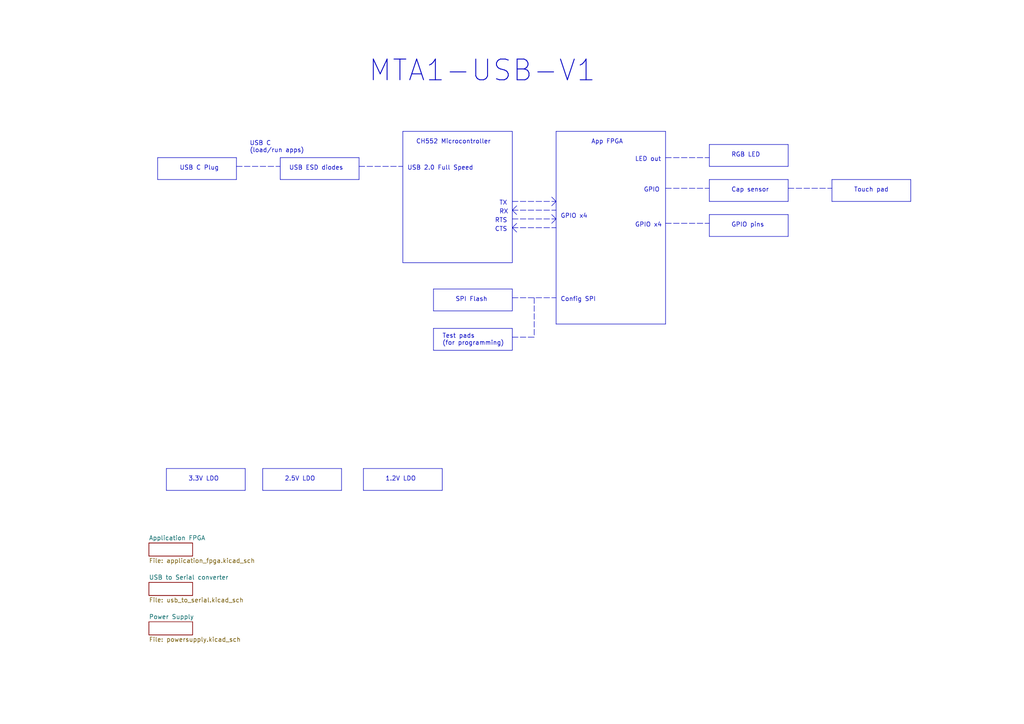
<source format=kicad_sch>
(kicad_sch (version 20211123) (generator eeschema)
  (paper "A4")
  (title_block (title "MTA1-USB-V1") (date "2021-09-29") (rev "V1") (company "Tillitis AB") (comment 1 "2022"))
  (lib_symbols)
  (polyline (pts (xy 193.04 54.61) (xy 205.74 54.61)))
  (polyline (pts (xy 205.74 52.07) (xy 205.74 58.42)) (stroke (width 0) (type solid)))
  (polyline (pts (xy 264.16 52.07) (xy 264.16 58.42)) (stroke (width 0) (type solid)))
  (polyline (pts (xy 45.72 45.72) (xy 68.58 45.72)) (stroke (width 0) (type solid)))
  (polyline (pts (xy 149.86 59.69) (xy 148.59 60.96)))
  (polyline (pts (xy 148.59 95.25) (xy 148.59 101.6)) (stroke (width 0) (type solid)))
  (polyline (pts (xy 228.6 54.61) (xy 241.3 54.61)))
  (polyline (pts (xy 68.58 52.07) (xy 45.72 52.07)) (stroke (width 0) (type solid)))
  (polyline (pts (xy 228.6 62.23) (xy 228.6 68.58)) (stroke (width 0) (type solid)))
  (polyline (pts (xy 81.28 45.72) (xy 104.14 45.72)) (stroke (width 0) (type solid)))
  (polyline (pts (xy 68.58 45.72) (xy 68.58 52.07)) (stroke (width 0) (type solid)))
  (polyline (pts (xy 128.27 142.24) (xy 105.41 142.24)) (stroke (width 0) (type solid)))
  (polyline (pts (xy 228.6 68.58) (xy 205.74 68.58)) (stroke (width 0) (type solid)))
  (polyline (pts (xy 48.26 135.89) (xy 48.26 142.24)) (stroke (width 0) (type solid)))
  (polyline (pts (xy 149.86 62.23) (xy 148.59 60.96)))
  (polyline (pts (xy 148.59 58.42) (xy 161.29 58.42)))
  (polyline (pts (xy 148.59 90.17) (xy 125.73 90.17)) (stroke (width 0) (type solid)))
  (polyline (pts (xy 205.74 62.23) (xy 205.74 68.58)) (stroke (width 0) (type solid)))
  (polyline (pts (xy 125.73 95.25) (xy 148.59 95.25)) (stroke (width 0) (type solid)))
  (polyline (pts (xy 160.02 59.69) (xy 161.29 58.42)))
  (polyline (pts (xy 148.59 60.96) (xy 161.29 60.96)))
  (polyline (pts (xy 148.59 76.2) (xy 116.84 76.2)) (stroke (width 0) (type solid)))
  (polyline (pts (xy 125.73 95.25) (xy 125.73 101.6)) (stroke (width 0) (type solid)))
  (polyline (pts (xy 48.26 135.89) (xy 71.12 135.89)) (stroke (width 0) (type solid)))
  (polyline (pts (xy 104.14 52.07) (xy 81.28 52.07)) (stroke (width 0) (type solid)))
  (polyline (pts (xy 68.58 48.26) (xy 81.28 48.26)))
  (polyline (pts (xy 161.29 38.1) (xy 193.04 38.1)) (stroke (width 0) (type solid)))
  (polyline (pts (xy 228.6 58.42) (xy 205.74 58.42)) (stroke (width 0) (type solid)))
  (polyline (pts (xy 125.73 83.82) (xy 148.59 83.82)) (stroke (width 0) (type solid)))
  (polyline (pts (xy 71.12 135.89) (xy 71.12 142.24)) (stroke (width 0) (type solid)))
  (polyline (pts (xy 99.06 135.89) (xy 99.06 142.24)) (stroke (width 0) (type solid)))
  (polyline (pts (xy 193.04 45.72) (xy 205.74 45.72)))
  (polyline (pts (xy 149.86 67.31) (xy 148.59 66.04)))
  (polyline (pts (xy 205.74 52.07) (xy 228.6 52.07)) (stroke (width 0) (type solid)))
  (polyline (pts (xy 160.02 57.15) (xy 161.29 58.42)))
  (polyline (pts (xy 45.72 45.72) (xy 45.72 52.07)) (stroke (width 0) (type solid)))
  (polyline (pts (xy 116.84 38.1) (xy 148.59 38.1)) (stroke (width 0) (type solid)))
  (polyline (pts (xy 148.59 66.04) (xy 161.29 66.04)))
  (polyline (pts (xy 148.59 63.5) (xy 161.29 63.5)))
  (polyline (pts (xy 193.04 64.77) (xy 205.74 64.77)))
  (polyline (pts (xy 193.04 93.98) (xy 161.29 93.98)) (stroke (width 0) (type solid)))
  (polyline (pts (xy 241.3 52.07) (xy 241.3 58.42)) (stroke (width 0) (type solid)))
  (polyline (pts (xy 228.6 41.91) (xy 228.6 48.26)) (stroke (width 0) (type solid)))
  (polyline (pts (xy 205.74 41.91) (xy 228.6 41.91)) (stroke (width 0) (type solid)))
  (polyline (pts (xy 228.6 48.26) (xy 205.74 48.26)) (stroke (width 0) (type solid)))
  (polyline (pts (xy 71.12 142.24) (xy 48.26 142.24)) (stroke (width 0) (type solid)))
  (polyline (pts (xy 264.16 58.42) (xy 241.3 58.42)) (stroke (width 0) (type solid)))
  (polyline (pts (xy 148.59 101.6) (xy 125.73 101.6)) (stroke (width 0) (type solid)))
  (polyline (pts (xy 81.28 45.72) (xy 81.28 52.07)) (stroke (width 0) (type solid)))
  (polyline (pts (xy 99.06 142.24) (xy 76.2 142.24)) (stroke (width 0) (type solid)))
  (polyline (pts (xy 148.59 86.36) (xy 161.29 86.36)))
  (polyline (pts (xy 116.84 38.1) (xy 116.84 76.2)) (stroke (width 0) (type solid)))
  (polyline (pts (xy 125.73 83.82) (xy 125.73 90.17)) (stroke (width 0) (type solid)))
  (polyline (pts (xy 105.41 135.89) (xy 105.41 142.24)) (stroke (width 0) (type solid)))
  (polyline (pts (xy 148.59 83.82) (xy 148.59 90.17)) (stroke (width 0) (type solid)))
  (polyline (pts (xy 148.59 97.79) (xy 154.94 97.79)))
  (polyline (pts (xy 154.94 86.36) (xy 154.94 97.79)))
  (polyline (pts (xy 241.3 52.07) (xy 264.16 52.07)) (stroke (width 0) (type solid)))
  (polyline (pts (xy 104.14 48.26) (xy 116.84 48.26)))
  (polyline (pts (xy 104.14 45.72) (xy 104.14 52.07)) (stroke (width 0) (type solid)))
  (polyline (pts (xy 228.6 52.07) (xy 228.6 58.42)) (stroke (width 0) (type solid)))
  (polyline (pts (xy 193.04 38.1) (xy 193.04 93.98)) (stroke (width 0) (type solid)))
  (polyline (pts (xy 148.59 38.1) (xy 148.59 76.2)) (stroke (width 0) (type solid)))
  (polyline (pts (xy 105.41 135.89) (xy 128.27 135.89)) (stroke (width 0) (type solid)))
  (polyline (pts (xy 161.29 38.1) (xy 161.29 93.98)) (stroke (width 0) (type solid)))
  (polyline (pts (xy 205.74 62.23) (xy 228.6 62.23)) (stroke (width 0) (type solid)))
  (polyline (pts (xy 76.2 135.89) (xy 99.06 135.89)) (stroke (width 0) (type solid)))
  (polyline (pts (xy 149.86 64.77) (xy 148.59 66.04)))
  (polyline (pts (xy 205.74 41.91) (xy 205.74 48.26)) (stroke (width 0) (type solid)))
  (polyline (pts (xy 160.02 62.23) (xy 161.29 63.5)))
  (polyline (pts (xy 160.02 64.77) (xy 161.29 63.5)))
  (polyline (pts (xy 76.2 135.89) (xy 76.2 142.24)) (stroke (width 0) (type solid)))
  (polyline (pts (xy 128.27 135.89) (xy 128.27 142.24)) (stroke (width 0) (type solid)))
  (text "USB ESD diodes" (at 83.82 49.53 0) (effects (font (size 1.27 1.27)) (justify left bottom)))
  (text "Touch pad" (at 247.65 55.88 0) (effects (font (size 1.27 1.27)) (justify left bottom)))
  (text "RX" (at 144.78 62.23 0) (effects (font (size 1.27 1.27)) (justify left bottom)))
  (text "GPIO x4" (at 184.15 66.04 0) (effects (font (size 1.27 1.27)) (justify left bottom)))
  (text "GPIO pins" (at 212.09 66.04 0) (effects (font (size 1.27 1.27)) (justify left bottom)))
  (text "Cap sensor" (at 212.09 55.88 0) (effects (font (size 1.27 1.27)) (justify left bottom)))
  (text "USB 2.0 Full Speed" (at 118.11 49.53 0) (effects (font (size 1.27 1.27)) (justify left bottom)))
  (text "RTS" (at 143.51 64.77 0) (effects (font (size 1.27 1.27)) (justify left bottom)))
  (text "USB C Plug" (at 52.07 49.53 0) (effects (font (size 1.27 1.27)) (justify left bottom)))
  (text "CH552 Microcontroller" (at 120.65 41.91 0) (effects (font (size 1.27 1.27)) (justify left bottom)))
  (text "RGB LED" (at 212.09 45.72 0) (effects (font (size 1.27 1.27)) (justify left bottom)))
  (text "USB C\n(load/run apps)" (at 72.39 44.45 0) (effects (font (size 1.27 1.27)) (justify left bottom)))
  (text "1.2V LDO" (at 111.76 139.7 0) (effects (font (size 1.27 1.27)) (justify left bottom)))
  (text "GPIO x4" (at 162.56 63.5 0) (effects (font (size 1.27 1.27)) (justify left bottom)))
  (text "3.3V LDO" (at 54.61 139.7 0) (effects (font (size 1.27 1.27)) (justify left bottom)))
  (text "CTS" (at 143.51 67.31 0) (effects (font (size 1.27 1.27)) (justify left bottom)))
  (text "2.5V LDO" (at 82.55 139.7 0) (effects (font (size 1.27 1.27)) (justify left bottom)))
  (text "App FPGA" (at 171.45 41.91 0) (effects (font (size 1.27 1.27)) (justify left bottom)))
  (text "Config SPI" (at 162.56 87.63 0) (effects (font (size 1.27 1.27)) (justify left bottom)))
  (text "MTA1-USB-V1" (at 106.68 24.13 0) (effects (font (size 6 6) (thickness 0.254) bold) (justify left bottom)))
  (text "TX" (at 144.78 59.69 0) (effects (font (size 1.27 1.27)) (justify left bottom)))
  (text "SPI Flash" (at 132.08 87.63 0) (effects (font (size 1.27 1.27)) (justify left bottom)))
  (text "GPIO" (at 186.69 55.88 0) (effects (font (size 1.27 1.27)) (justify left bottom)))
  (text "LED out" (at 184.15 46.99 0) (effects (font (size 1.27 1.27)) (justify left bottom)))
  (text "Test pads\n(for programming)" (at 128.27 100.33 0) (effects (font (size 1.27 1.27)) (justify left bottom)))
  (sheet (at 43.18 180.34) (size 12.7 3.81)
    (property "Sheet name" "Power Supply" (at 43.18 179.6284 0) (effects (justify left bottom)))
    (property "Sheet file" "powersupply.kicad_sch" (at 43.18 184.7346 0) (effects (justify left top)))
  )
  (sheet (at 43.18 157.48) (size 12.7 3.81)
    (property "Sheet name" "Application FPGA" (at 43.18 156.7684 0) (effects (justify left bottom)))
    (property "Sheet file" "application_fpga.kicad_sch" (at 43.18 161.8746 0) (effects (justify left top)))
  )
  (sheet (at 43.18 168.91) (size 12.7 3.81)
    (property "Sheet name" "USB to Serial converter" (at 43.18 168.1984 0) (effects (justify left bottom)))
    (property "Sheet file" "usb_to_serial.kicad_sch" (at 43.18 173.3046 0) (effects (justify left top)))
  )
)
</source>
